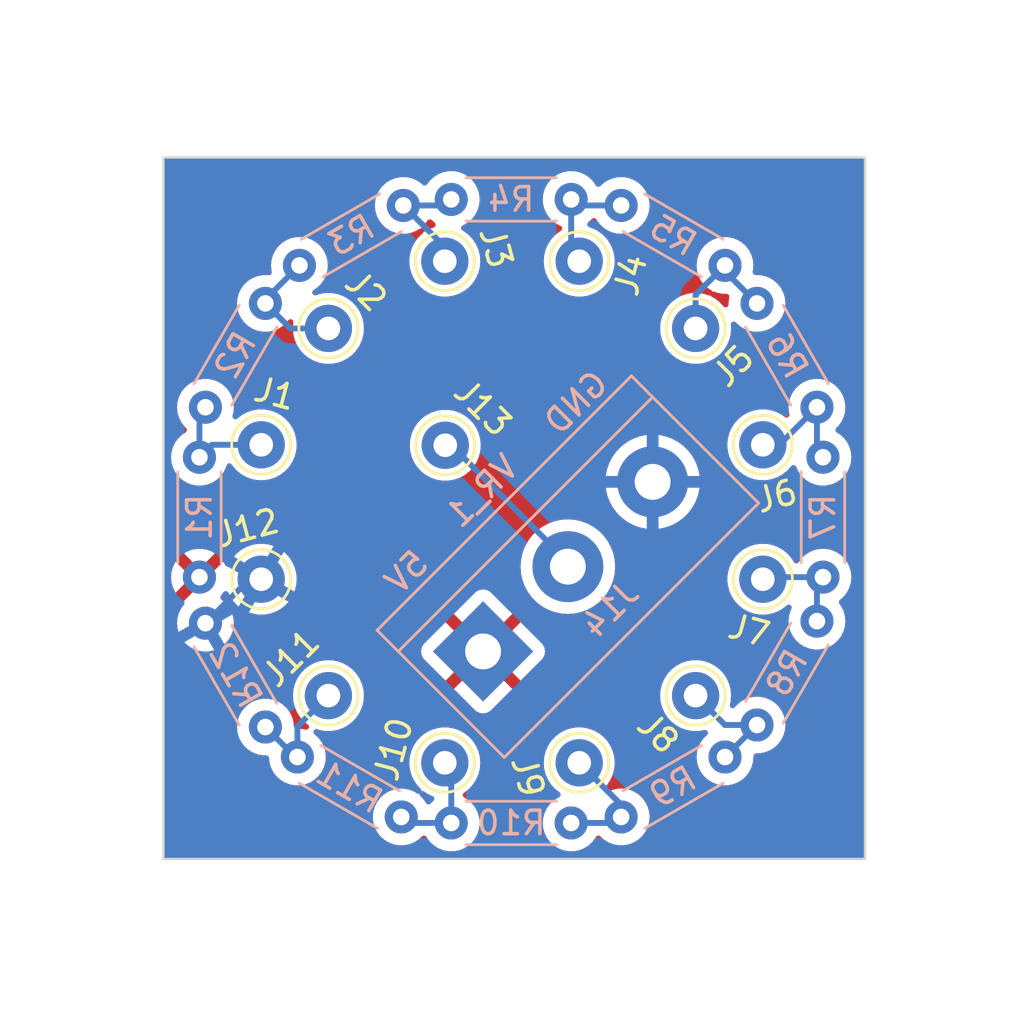
<source format=kicad_pcb>
(kicad_pcb (version 20221018) (generator pcbnew)
  (layers (0 "F.Cu" signal) (31 "B.Cu" signal) (34 "B.Paste" user) (35 "F.Paste" user) (36 "B.SilkS" user "B.Silkscreen") (37 "F.SilkS" user "F.Silkscreen") (38 "B.Mask" user) (39 "F.Mask" user) (44 "Edge.Cuts" user))
  (net 0 "")
  (net 1 "Net-(J1-Pin_1)")
  (net 2 "Net-(J2-Pin_1)")
  (net 3 "Net-(J3-Pin_1)")
  (net 4 "Net-(J4-Pin_1)")
  (net 5 "Net-(J5-Pin_1)")
  (net 6 "Net-(J6-Pin_1)")
  (net 7 "Net-(J7-Pin_1)")
  (net 8 "Net-(J8-Pin_1)")
  (net 9 "Net-(J9-Pin_1)")
  (net 10 "Net-(J10-Pin_1)")
  (net 11 "Net-(J11-Pin_1)")
  (net 12 "/GND")
  (net 13 "Net-(J13-Pin_1)")
  (net 14 "/5V")
  (footprint "Connector_Pin:Pin_D1.0mm_L10.0mm" (layer "F.Cu") (at 25.39161 12.173419 15)
    (fp_text reference "J6" (at 0 2.25 15) (layer "F.SilkS"))
    (fp_text value "Conn_01x01_Female")
    (fp_circle (center 0 0) (end 1.25 0.05) (stroke (width 0.12)) (fill none) (layer "F.SilkS"))
    (pad "1" thru_hole circle (at 0 0 15) (size 2 2) (drill 1) (layers "*.Cu" "*.Mask") (net 6 "Net-(J6-Pin_1)"))
  )
  (footprint "Connector_Pin:Pin_D1.0mm_L10.0mm" (layer "F.Cu") (at 11.919418 4.395244 105)
    (fp_text reference "J3" (at 0 2.25 105) (layer "F.SilkS"))
    (fp_text value "Conn_01x01_Female")
    (fp_circle (center 0 0) (end 1.25 0.05) (stroke (width 0.12)) (fill none) (layer "F.SilkS"))
    (pad "1" thru_hole circle (at 0 0 105) (size 2 2) (drill 1) (layers "*.Cu" "*.Mask") (net 3 "Net-(J3-Pin_1)"))
  )
  (footprint "Connector_Pin:Pin_D1.0mm_L10.0mm" (layer "F.Cu") (at 17.613436 25.64561 -75)
    (fp_text reference "J9" (at 0 2.25 105) (layer "F.SilkS"))
    (fp_text value "Conn_01x01_Female")
    (fp_circle (center 0 0) (end 1.25 0.05) (stroke (width 0.12)) (fill none) (layer "F.SilkS"))
    (pad "1" thru_hole circle (at 0 0 285) (size 2 2) (drill 1) (layers "*.Cu" "*.Mask") (net 9 "Net-(J9-Pin_1)"))
  )
  (footprint "Connector_Pin:Pin_D1.0mm_L10.0mm" (layer "F.Cu") (at 17.613437 4.395244 75)
    (fp_text reference "J4" (at 0 2.25 75) (layer "F.SilkS"))
    (fp_text value "Conn_01x01_Female")
    (fp_circle (center 0 0) (end 1.25 0.05) (stroke (width 0.12)) (fill none) (layer "F.SilkS"))
    (pad "1" thru_hole circle (at 0 0 75) (size 2 2) (drill 1) (layers "*.Cu" "*.Mask") (net 4 "Net-(J4-Pin_1)"))
  )
  (footprint "Connector_Pin:Pin_D1.0mm_L10.0mm" (layer "F.Cu") (at 6.988252 22.798603 -135)
    (fp_text reference "J11" (at 0 2.25 45) (layer "F.SilkS"))
    (fp_text value "Conn_01x01_Female")
    (fp_circle (center 0 0) (end 1.25 0.05) (stroke (width 0.12)) (fill none) (layer "F.SilkS"))
    (pad "1" thru_hole circle (at 0 0 225) (size 2 2) (drill 1) (layers "*.Cu" "*.Mask") (net 11 "Net-(J11-Pin_1)"))
  )
  (footprint "Connector_Pin:Pin_D1.0mm_L10.0mm" (layer "F.Cu") (at 11.919418 25.645612 -105)
    (fp_text reference "J10" (at 0 2.25 75) (layer "F.SilkS"))
    (fp_text value "Conn_01x01_Female")
    (fp_circle (center 0 0) (end 1.25 0.05) (stroke (width 0.12)) (fill none) (layer "F.SilkS"))
    (pad "1" thru_hole circle (at 0 0 255) (size 2 2) (drill 1) (layers "*.Cu" "*.Mask") (net 10 "Net-(J10-Pin_1)"))
  )
  (footprint "Connector_Pin:Pin_D1.0mm_L10.0mm" (layer "F.Cu") (at 6.988251 7.242253 135)
    (fp_text reference "J2" (at 0 2.25 135) (layer "F.SilkS"))
    (fp_text value "Conn_01x01_Female")
    (fp_circle (center 0 0) (end 1.25 0.05) (stroke (width 0.12)) (fill none) (layer "F.SilkS"))
    (pad "1" thru_hole circle (at 0 0 135) (size 2 2) (drill 1) (layers "*.Cu" "*.Mask") (net 2 "Net-(J2-Pin_1)"))
  )
  (footprint "Connector_Pin:Pin_D1.0mm_L10.0mm" (layer "F.Cu") (at 4.141244 17.867437 -165)
    (fp_text reference "J12" (at 0 2.25 15) (layer "F.SilkS"))
    (fp_text value "Conn_01x01_Female")
    (fp_circle (center 0 0) (end 1.25 0.05) (stroke (width 0.12)) (fill none) (layer "F.SilkS"))
    (pad "1" thru_hole circle (at 0 0 195) (size 2 2) (drill 1) (layers "*.Cu" "*.Mask") (net 12 "/GND"))
  )
  (footprint "Connector_Pin:Pin_D1.0mm_L10.0mm" (layer "F.Cu") (at 11.938 12.192 135)
    (fp_text reference "J13" (at 0 2.25 135) (layer "F.SilkS"))
    (fp_text value "Conn_01x01_Female")
    (fp_circle (center 0 0) (end 1.25 0.05) (stroke (width 0.12)) (fill none) (layer "F.SilkS"))
    (pad "1" thru_hole circle (at 0 0 135) (size 2 2) (drill 1) (layers "*.Cu" "*.Mask") (net 13 "Net-(J13-Pin_1)"))
  )
  (footprint "Connector_Pin:Pin_D1.0mm_L10.0mm" (layer "F.Cu") (at 22.544601 7.242252 45)
    (fp_text reference "J5" (at 0 2.25 45) (layer "F.SilkS"))
    (fp_text value "Conn_01x01_Female")
    (fp_circle (center 0 0) (end 1.25 0.05) (stroke (width 0.12)) (fill none) (layer "F.SilkS"))
    (pad "1" thru_hole circle (at 0 0 45) (size 2 2) (drill 1) (layers "*.Cu" "*.Mask") (net 5 "Net-(J5-Pin_1)"))
  )
  (footprint "Connector_Pin:Pin_D1.0mm_L10.0mm" (layer "F.Cu") (at 4.141243 12.173417 165)
    (fp_text reference "J1" (at 0 2.25 165) (layer "F.SilkS"))
    (fp_text value "Conn_01x01_Female")
    (fp_circle (center 0 0) (end 1.25 0.05) (stroke (width 0.12)) (fill none) (layer "F.SilkS"))
    (pad "1" thru_hole circle (at 0 0 165) (size 2 2) (drill 1) (layers "*.Cu" "*.Mask") (net 1 "Net-(J1-Pin_1)"))
  )
  (footprint "Connector_Pin:Pin_D1.0mm_L10.0mm" (layer "F.Cu") (at 25.391611 17.867437 -15)
    (fp_text reference "J7" (at 0 2.25 165) (layer "F.SilkS"))
    (fp_text value "Conn_01x01_Female")
    (fp_circle (center 0 0) (end 1.25 0.05) (stroke (width 0.12)) (fill none) (layer "F.SilkS"))
    (pad "1" thru_hole circle (at 0 0 345) (size 2 2) (drill 1) (layers "*.Cu" "*.Mask") (net 7 "Net-(J7-Pin_1)"))
  )
  (footprint "Connector_Pin:Pin_D1.0mm_L10.0mm" (layer "F.Cu") (at 22.544602 22.798602 -45)
    (fp_text reference "J8" (at 0 2.25 135) (layer "F.SilkS"))
    (fp_text value "Conn_01x01_Female")
    (fp_circle (center 0 0) (end 1.25 0.05) (stroke (width 0.12)) (fill none) (layer "F.SilkS"))
    (pad "1" thru_hole circle (at 0 0 315) (size 2 2) (drill 1) (layers "*.Cu" "*.Mask") (net 8 "Net-(J8-Pin_1)"))
  )
  (footprint "Resistor_THT:R_Axial_DIN0204_L3.6mm_D1.6mm_P5.08mm_Horizontal" (layer "B.Cu") (at 25.146 6.182296 -60)
    (fp_text reference "R6" (at 2.54 0 120) (layer "B.SilkS") (effects (justify mirror)))
    (fp_text value "330R")
    (fp_line (start 0.62 -0.92) (end 4.46 -0.92) (stroke (width 0.12)) (layer "B.SilkS"))
    (fp_line (start 0.62 0.92) (end 4.46 0.92) (stroke (width 0.12)) (layer "B.SilkS"))
    (pad "1" thru_hole circle (at 0 0 300) (size 1.4 1.4) (drill 0.7) (layers "*.Cu" "*.Mask") (net 5 "Net-(J5-Pin_1)"))
    (pad "2" thru_hole oval (at 5.08 0 300) (size 1.4 1.4) (drill 0.7) (layers "*.Cu" "*.Mask") (net 6 "Net-(J6-Pin_1)"))
  )
  (footprint "Resistor_THT:R_Axial_DIN0204_L3.6mm_D1.6mm_P5.08mm_Horizontal" (layer "B.Cu") (at 1.524 17.78 90)
    (fp_text reference "R1" (at 2.54 0 270) (layer "B.SilkS") (effects (justify mirror)))
    (fp_text value "330R")
    (fp_line (start 0.62 -0.92) (end 4.46 -0.92) (stroke (width 0.12)) (layer "B.SilkS"))
    (fp_line (start 0.62 0.92) (end 4.46 0.92) (stroke (width 0.12)) (layer "B.SilkS"))
    (pad "1" thru_hole circle (at 0 0 90) (size 1.4 1.4) (drill 0.7) (layers "*.Cu" "*.Mask") (net 14 "/5V"))
    (pad "2" thru_hole oval (at 5.08 0 90) (size 1.4 1.4) (drill 0.7) (layers "*.Cu" "*.Mask") (net 1 "Net-(J1-Pin_1)"))
  )
  (footprint "TerminalBlock:TerminalBlock_bornier-3_P5.08mm" (layer "B.Cu") (at 13.540133 20.927282 45)
    (fp_text reference "J14" (at 5.08 2.54 45) (layer "B.SilkS") (effects (justify mirror)))
    (fp_text value "Screw_Terminal_01x03")
    (fp_line (start -2.54 -3.81) (end -2.54 3.81) (stroke (width 0.12)) (layer "B.SilkS"))
    (fp_line (start -2.54 -3.81) (end 12.7 -3.81) (stroke (width 0.12)) (layer "B.SilkS"))
    (fp_line (start -2.54 -2.54) (end 12.7 -2.54) (stroke (width 0.12)) (layer "B.SilkS"))
    (fp_line (start -2.54 3.81) (end 12.7 3.81) (stroke (width 0.12)) (layer "B.SilkS"))
    (fp_line (start 12.7 -3.81) (end 12.7 3.81) (stroke (width 0.12)) (layer "B.SilkS"))
    (pad "1" thru_hole rect (at 0 0 45) (size 3 3) (drill 1.52) (layers "*.Cu" "*.Mask") (net 14 "/5V"))
    (pad "2" thru_hole circle (at 5.08 0 45) (size 3 3) (drill 1.52) (layers "*.Cu" "*.Mask") (net 13 "Net-(J13-Pin_1)"))
    (pad "3" thru_hole circle (at 10.16 0 45) (size 3 3) (drill 1.52) (layers "*.Cu" "*.Mask") (net 12 "/GND"))
  )
  (footprint "Resistor_THT:R_Axial_DIN0204_L3.6mm_D1.6mm_P5.08mm_Horizontal" (layer "B.Cu") (at 19.390296 2.032 -30)
    (fp_text reference "R5" (at 2.54 0 150) (layer "B.SilkS") (effects (justify mirror)))
    (fp_text value "330R")
    (fp_line (start 0.62 -0.92) (end 4.46 -0.92) (stroke (width 0.12)) (layer "B.SilkS"))
    (fp_line (start 0.62 0.92) (end 4.46 0.92) (stroke (width 0.12)) (layer "B.SilkS"))
    (pad "1" thru_hole circle (at 0 0 330) (size 1.4 1.4) (drill 0.7) (layers "*.Cu" "*.Mask") (net 4 "Net-(J4-Pin_1)"))
    (pad "2" thru_hole oval (at 5.08 0 330) (size 1.4 1.4) (drill 0.7) (layers "*.Cu" "*.Mask") (net 5 "Net-(J5-Pin_1)"))
  )
  (footprint "Resistor_THT:R_Axial_DIN0204_L3.6mm_D1.6mm_P5.08mm_Horizontal" (layer "B.Cu") (at 1.778 10.581705 60)
    (fp_text reference "R2" (at 2.54 0 60) (layer "B.SilkS") (effects (justify mirror)))
    (fp_text value "330R")
    (fp_line (start 0.62 -0.92) (end 4.46 -0.92) (stroke (width 0.12)) (layer "B.SilkS"))
    (fp_line (start 0.62 0.92) (end 4.46 0.92) (stroke (width 0.12)) (layer "B.SilkS"))
    (pad "1" thru_hole circle (at 0 0 60) (size 1.4 1.4) (drill 0.7) (layers "*.Cu" "*.Mask") (net 1 "Net-(J1-Pin_1)"))
    (pad "2" thru_hole oval (at 5.08 0 60) (size 1.4 1.4) (drill 0.7) (layers "*.Cu" "*.Mask") (net 2 "Net-(J2-Pin_1)"))
  )
  (footprint "Resistor_THT:R_Axial_DIN0204_L3.6mm_D1.6mm_P5.08mm_Horizontal" (layer "B.Cu") (at 27.686 19.644296 -120)
    (fp_text reference "R8" (at 2.54 0 60) (layer "B.SilkS") (effects (justify mirror)))
    (fp_text value "330R")
    (fp_line (start 0.62 -0.92) (end 4.46 -0.92) (stroke (width 0.12)) (layer "B.SilkS"))
    (fp_line (start 0.62 0.92) (end 4.46 0.92) (stroke (width 0.12)) (layer "B.SilkS"))
    (pad "1" thru_hole circle (at 0 0 240) (size 1.4 1.4) (drill 0.7) (layers "*.Cu" "*.Mask") (net 7 "Net-(J7-Pin_1)"))
    (pad "2" thru_hole oval (at 5.08 0 240) (size 1.4 1.4) (drill 0.7) (layers "*.Cu" "*.Mask") (net 8 "Net-(J8-Pin_1)"))
  )
  (footprint "Resistor_THT:R_Axial_DIN0204_L3.6mm_D1.6mm_P5.08mm_Horizontal" (layer "B.Cu") (at 27.94 12.7 -90)
    (fp_text reference "R7" (at 2.54 0 90) (layer "B.SilkS") (effects (justify mirror)))
    (fp_text value "330R")
    (fp_line (start 0.62 -0.92) (end 4.46 -0.92) (stroke (width 0.12)) (layer "B.SilkS"))
    (fp_line (start 0.62 0.92) (end 4.46 0.92) (stroke (width 0.12)) (layer "B.SilkS"))
    (pad "1" thru_hole circle (at 0 0 270) (size 1.4 1.4) (drill 0.7) (layers "*.Cu" "*.Mask") (net 6 "Net-(J6-Pin_1)"))
    (pad "2" thru_hole oval (at 5.08 0 270) (size 1.4 1.4) (drill 0.7) (layers "*.Cu" "*.Mask") (net 7 "Net-(J7-Pin_1)"))
  )
  (footprint "Resistor_THT:R_Axial_DIN0204_L3.6mm_D1.6mm_P5.08mm_Horizontal" (layer "B.Cu") (at 12.192 1.778)
    (fp_text reference "R4" (at 2.54 0 180) (layer "B.SilkS") (effects (justify mirror)))
    (fp_text value "330R")
    (fp_line (start 0.62 -0.92) (end 4.46 -0.92) (stroke (width 0.12)) (layer "B.SilkS"))
    (fp_line (start 0.62 0.92) (end 4.46 0.92) (stroke (width 0.12)) (layer "B.SilkS"))
    (pad "1" thru_hole circle (at 0 0) (size 1.4 1.4) (drill 0.7) (layers "*.Cu" "*.Mask") (net 3 "Net-(J3-Pin_1)"))
    (pad "2" thru_hole oval (at 5.08 0) (size 1.4 1.4) (drill 0.7) (layers "*.Cu" "*.Mask") (net 4 "Net-(J4-Pin_1)"))
  )
  (footprint "Resistor_THT:R_Axial_DIN0204_L3.6mm_D1.6mm_P5.08mm_Horizontal" (layer "B.Cu") (at 10.073705 27.94 150)
    (fp_text reference "R11" (at 2.54 0 150) (layer "B.SilkS") (effects (justify mirror)))
    (fp_text value "330R")
    (fp_line (start 0.62 -0.92) (end 4.46 -0.92) (stroke (width 0.12)) (layer "B.SilkS"))
    (fp_line (start 0.62 0.92) (end 4.46 0.92) (stroke (width 0.12)) (layer "B.SilkS"))
    (pad "1" thru_hole circle (at 0 0 150) (size 1.4 1.4) (drill 0.7) (layers "*.Cu" "*.Mask") (net 10 "Net-(J10-Pin_1)"))
    (pad "2" thru_hole oval (at 5.08 0 150) (size 1.4 1.4) (drill 0.7) (layers "*.Cu" "*.Mask") (net 11 "Net-(J11-Pin_1)"))
  )
  (footprint "Resistor_THT:R_Axial_DIN0204_L3.6mm_D1.6mm_P5.08mm_Horizontal" (layer "B.Cu") (at 23.789705 25.4 -150)
    (fp_text reference "R9" (at 2.54 0 30) (layer "B.SilkS") (effects (justify mirror)))
    (fp_text value "330R")
    (fp_line (start 0.62 -0.92) (end 4.46 -0.92) (stroke (width 0.12)) (layer "B.SilkS"))
    (fp_line (start 0.62 0.92) (end 4.46 0.92) (stroke (width 0.12)) (layer "B.SilkS"))
    (pad "1" thru_hole circle (at 0 0 210) (size 1.4 1.4) (drill 0.7) (layers "*.Cu" "*.Mask") (net 8 "Net-(J8-Pin_1)"))
    (pad "2" thru_hole oval (at 5.08 0 210) (size 1.4 1.4) (drill 0.7) (layers "*.Cu" "*.Mask") (net 9 "Net-(J9-Pin_1)"))
  )
  (footprint "Resistor_THT:R_Axial_DIN0204_L3.6mm_D1.6mm_P5.08mm_Horizontal" (layer "B.Cu") (at 17.272 28.194 180)
    (fp_text reference "R10" (at 2.54 0) (layer "B.SilkS") (effects (justify mirror)))
    (fp_text value "330R")
    (fp_line (start 0.62 -0.92) (end 4.46 -0.92) (stroke (width 0.12)) (layer "B.SilkS"))
    (fp_line (start 0.62 0.92) (end 4.46 0.92) (stroke (width 0.12)) (layer "B.SilkS"))
    (pad "1" thru_hole circle (at 0 0 180) (size 1.4 1.4) (drill 0.7) (layers "*.Cu" "*.Mask") (net 9 "Net-(J9-Pin_1)"))
    (pad "2" thru_hole oval (at 5.08 0 180) (size 1.4 1.4) (drill 0.7) (layers "*.Cu" "*.Mask") (net 10 "Net-(J10-Pin_1)"))
  )
  (footprint "Resistor_THT:R_Axial_DIN0204_L3.6mm_D1.6mm_P5.08mm_Horizontal" (layer "B.Cu") (at 5.760591 4.572 30)
    (fp_text reference "R3" (at 2.54 0 30) (layer "B.SilkS") (effects (justify mirror)))
    (fp_text value "330R")
    (fp_line (start 0.62 -0.92) (end 4.46 -0.92) (stroke (width 0.12)) (layer "B.SilkS"))
    (fp_line (start 0.62 0.92) (end 4.46 0.92) (stroke (width 0.12)) (layer "B.SilkS"))
    (pad "1" thru_hole circle (at 0 0 30) (size 1.4 1.4) (drill 0.7) (layers "*.Cu" "*.Mask") (net 2 "Net-(J2-Pin_1)"))
    (pad "2" thru_hole oval (at 5.08 0 30) (size 1.4 1.4) (drill 0.7) (layers "*.Cu" "*.Mask") (net 3 "Net-(J3-Pin_1)"))
  )
  (footprint "Resistor_THT:R_Axial_DIN0204_L3.6mm_D1.6mm_P5.08mm_Horizontal" (layer "B.Cu") (at 4.318 24.13 120)
    (fp_text reference "R12" (at 2.54 0 120) (layer "B.SilkS") (effects (justify mirror)))
    (fp_text value "330R")
    (fp_line (start 0.62 -0.92) (end 4.46 -0.92) (stroke (width 0.12)) (layer "B.SilkS"))
    (fp_line (start 0.62 0.92) (end 4.46 0.92) (stroke (width 0.12)) (layer "B.SilkS"))
    (pad "1" thru_hole circle (at 0 0 120) (size 1.4 1.4) (drill 0.7) (layers "*.Cu" "*.Mask") (net 11 "Net-(J11-Pin_1)"))
    (pad "2" thru_hole oval (at 5.08 0 120) (size 1.4 1.4) (drill 0.7) (layers "*.Cu" "*.Mask") (net 12 "/GND"))
  )
  (gr_rect (start 0 0) (end 29.718 29.718) (stroke (width 0.1)) (fill none) (layer "Edge.Cuts"))
  (gr_text "VR_1" (at 15.24 13.208 45) (layer "B.SilkS") (effects (font (size 1 1)) (justify left bottom mirror)))
  (gr_text "GND" (at 19.05 9.652 45) (layer "B.SilkS") (effects (font (size 1 1)) (justify left bottom mirror)))
  (gr_text "5V" (at 11.43 17.272 45) (layer "B.SilkS") (effects (font (size 1 1)) (justify left bottom mirror)))
  (segment (start 4.141243 12.173417) (end 2.050583 12.173417) (width 0.25) (layer "B.Cu") (net 1))
  (segment (start 2.050583 12.173417) (end 1.524 12.7) (width 0.25) (layer "B.Cu") (net 1))
  (segment (start 1.524 10.835705) (end 1.778 10.581705) (width 0.25) (layer "B.Cu") (net 1))
  (segment (start 1.524 12.7) (end 1.524 10.835705) (width 0.25) (layer "B.Cu") (net 1))
  (segment (start 5.377957 7.242253) (end 4.318 6.182296) (width 0.25) (layer "B.Cu") (net 2))
  (segment (start 4.318 6.014591) (end 5.760591 4.572) (width 0.25) (layer "B.Cu") (net 2))
  (segment (start 4.318 6.182296) (end 4.318 6.014591) (width 0.25) (layer "B.Cu") (net 2))
  (segment (start 6.988251 7.242253) (end 5.377957 7.242253) (width 0.25) (layer "B.Cu") (net 2))
  (segment (start 11.938 2.032) (end 12.192 1.778) (width 0.25) (layer "B.Cu") (net 3))
  (segment (start 11.919418 4.395244) (end 11.919418 3.791418) (width 0.25) (layer "B.Cu") (net 3))
  (segment (start 10.16 2.032) (end 11.938 2.032) (width 0.25) (layer "B.Cu") (net 3))
  (segment (start 11.919418 3.791418) (end 10.16 2.032) (width 0.25) (layer "B.Cu") (net 3))
  (segment (start 19.390296 2.032) (end 17.526 2.032) (width 0.25) (layer "B.Cu") (net 4))
  (segment (start 17.526 2.032) (end 17.272 1.778) (width 0.25) (layer "B.Cu") (net 4))
  (segment (start 17.272 1.778) (end 17.272 4.053807) (width 0.25) (layer "B.Cu") (net 4))
  (segment (start 17.272 4.053807) (end 17.613437 4.395244) (width 0.25) (layer "B.Cu") (net 4))
  (segment (start 22.544601 7.242252) (end 22.544601 5.817104) (width 0.25) (layer "B.Cu") (net 5))
  (segment (start 22.544601 5.817104) (end 23.789705 4.572) (width 0.25) (layer "B.Cu") (net 5))
  (segment (start 23.789705 4.826001) (end 25.146 6.182296) (width 0.25) (layer "B.Cu") (net 5))
  (segment (start 23.789705 4.572) (end 23.789705 4.826001) (width 0.25) (layer "B.Cu") (net 5))
  (segment (start 27.686 12.446) (end 27.94 12.7) (width 0.25) (layer "B.Cu") (net 6))
  (segment (start 26.094286 12.173419) (end 27.686 10.581705) (width 0.25) (layer "B.Cu") (net 6))
  (segment (start 27.686 10.581705) (end 27.686 12.446) (width 0.25) (layer "B.Cu") (net 6))
  (segment (start 25.39161 12.173419) (end 26.094286 12.173419) (width 0.25) (layer "B.Cu") (net 6))
  (segment (start 27.686 18.034) (end 27.94 17.78) (width 0.25) (layer "B.Cu") (net 7))
  (segment (start 27.686 19.644296) (end 27.686 18.034) (width 0.25) (layer "B.Cu") (net 7))
  (segment (start 27.94 17.78) (end 25.479048 17.78) (width 0.25) (layer "B.Cu") (net 7))
  (segment (start 25.479048 17.78) (end 25.391611 17.867437) (width 0.25) (layer "B.Cu") (net 7))
  (segment (start 22.544602 22.798602) (end 23.789705 24.043705) (width 0.25) (layer "B.Cu") (net 8))
  (segment (start 23.789705 24.043705) (end 25.146 24.043705) (width 0.25) (layer "B.Cu") (net 8))
  (segment (start 25.146 24.043705) (end 23.789705 25.4) (width 0.25) (layer "B.Cu") (net 8))
  (segment (start 17.272 28.194) (end 19.136296 28.194) (width 0.25) (layer "B.Cu") (net 9))
  (segment (start 19.390296 27.42247) (end 19.390296 27.94) (width 0.25) (layer "B.Cu") (net 9))
  (segment (start 17.613436 25.64561) (end 19.390296 27.42247) (width 0.25) (layer "B.Cu") (net 9))
  (segment (start 19.136296 28.194) (end 19.390296 27.94) (width 0.25) (layer "B.Cu") (net 9))
  (segment (start 11.919418 25.645612) (end 12.192 25.918194) (width 0.25) (layer "B.Cu") (net 10))
  (segment (start 10.327705 28.194) (end 10.073705 27.94) (width 0.25) (layer "B.Cu") (net 10))
  (segment (start 12.192 25.918194) (end 12.192 28.194) (width 0.25) (layer "B.Cu") (net 10))
  (segment (start 12.446 28.194) (end 10.327705 28.194) (width 0.25) (layer "B.Cu") (net 10))
  (segment (start 5.674296 24.112559) (end 5.674296 25.4) (width 0.25) (layer "B.Cu") (net 11))
  (segment (start 5.674296 25.4) (end 5.588 25.4) (width 0.25) (layer "B.Cu") (net 11))
  (segment (start 5.588 25.4) (end 4.318 24.13) (width 0.25) (layer "B.Cu") (net 11))
  (segment (start 6.988252 22.798603) (end 5.674296 24.112559) (width 0.25) (layer "B.Cu") (net 11))
  (segment (start 3.641154 17.867437) (end 4.141244 17.867437) (width 0.25) (layer "B.Cu") (net 12))
  (segment (start 1.778 19.730591) (end 3.641154 17.867437) (width 0.25) (layer "B.Cu") (net 12))
  (segment (start 11.938 11.938) (end 17.08118 17.08118) (width 0.25) (layer "B.Cu") (net 13))
  (zone (net 14) (net_name "/5V") (layer "F.Cu") (connect_pads (clearance 0.5)) (min_thickness 0.25) (fill yes (thermal_gap 0.5) (thermal_bridge_width 0.5))
    (polygon (pts (xy 30.48 -1.27) (xy 30.48 30.48) (xy -1.27 30.48) (xy -1.27 -1.27)))
  )
  (zone (net 12) (net_name "/GND") (layer "B.Cu") (priority 1) (connect_pads (clearance 0.5)) (min_thickness 0.25) (fill yes (thermal_gap 0.5) (thermal_bridge_width 0.5))
    (polygon (pts (xy -2.54 -2.54) (xy 31.75 -2.54) (xy 31.75 31.75) (xy -2.54 31.75)))
  )
)
</source>
